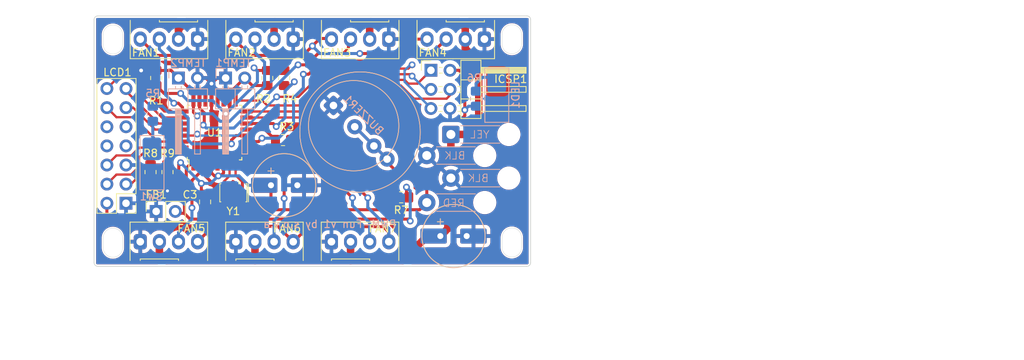
<source format=kicad_pcb>
(kicad_pcb (version 20221018) (generator pcbnew)
  (layers (0 "F.Cu" signal) (31 "B.Cu" signal) (34 "B.Paste" user) (35 "F.Paste" user) (36 "B.SilkS" user "B.Silkscreen") (37 "F.SilkS" user "F.Silkscreen") (38 "B.Mask" user) (39 "F.Mask" user) (44 "Edge.Cuts" user))
  (net 0 "")
  (net 1 "+5V")
  (net 2 "GND")
  (net 3 "+12V")
  (net 4 "PWM_1")
  (net 5 "PWM_2")
  (net 6 "Net-(LCD1-Pin_3)")
  (net 11 "ICSP_MISO")
  (net 12 "Net-(U1-PB1)")
  (net 13 "Net-(U1-PB2)")
  (net 14 "Net-(U1-PB0)")
  (net 16 "FBK_1")
  (net 17 "/XTAL_1")
  (net 18 "/XTAL_2")
  (net 19 "ICSP_SCK")
  (net 20 "FBK_2")
  (net 21 "FBK_3")
  (net 22 "FBK_4")
  (net 23 "FBK_5")
  (net 24 "FBK_6")
  (net 25 "FBK_7")
  (net 26 "/Thermistor_1")
  (net 27 "/Thermistor_2")
  (net 28 "Net-(FB1-Pin_2)")
  (net 29 "ICSP_MOSI")
  (net 30 "ICSP_RESET")
  (net 31 "LCD_RS")
  (net 32 "LCD_E")
  (net 33 "LCD_D4")
  (net 34 "LCD_D5")
  (net 35 "LCD_D6")
  (net 36 "LCD_D7")
  (net 37 "Net-(BUZZER1-Pin_2)")
  (net 38 "Net-(R5-Pad1)")
  (net 39 "Net-(LED1-A)")
  (footprint "Library:Slot 2.5x1.27" (layer "F.Cu") (at 105.5 52.465)
    (fp_text reference "H2" hide)
    (fp_text value "MountingHole_Pad" hide)
    (fp_line (start -1.3 1.27) (end -1.3 0) (stroke (width 0.05)) (layer "Edge.Cuts"))
    (fp_line (start 1.3 0) (end 1.3 1.27) (stroke (width 0.05)) (layer "Edge.Cuts"))
    (fp_arc (start -1.3 0) (mid 0 -1.3) (end 1.3 0) (stroke (width 0.05)) (layer "Edge.Cuts"))
    (fp_arc (start 1.3 1.27) (mid 0 2.57) (end -1.3 1.27) (stroke (width 0.05)) (layer "Edge.Cuts"))
  )
  (footprint "Package_QFP:TQFP-32_7x7mm_P0.8mm" (layer "F.Cu") (at 66 65.5 90)
    (fp_text reference "U1")
    (fp_text value "ATmega328-A")
  )
  (footprint "Library:Slot 2.5x1.27" (layer "F.Cu") (at 105.5 79.465)
    (fp_text reference "H3" hide)
    (fp_text value "MountingHole_Pad" hide)
    (fp_line (start -1.3 1.27) (end -1.3 0) (stroke (width 0.05)) (layer "Edge.Cuts"))
    (fp_line (start 1.3 0) (end 1.3 1.27) (stroke (width 0.05)) (layer "Edge.Cuts"))
    (fp_arc (start -1.3 0) (mid 0 -1.3) (end 1.3 0) (stroke (width 0.05)) (layer "Edge.Cuts"))
    (fp_arc (start 1.3 1.27) (mid 0 2.57) (end -1.3 1.27) (stroke (width 0.05)) (layer "Edge.Cuts"))
  )
  (footprint "Connector_PinHeader_2.54mm:PinHeader_2x03_P2.54mm_Horizontal" (layer "F.Cu") (at 94.75 57.225)
    (fp_text reference "ICSP1")
    (fp_text value "Conn_2x3")
  )
  (footprint "Resistor_SMD:R_0805_2012Metric_Pad1.20x1.40mm_HandSolder" (layer "F.Cu") (at 75.1 66.5 180)
    (fp_text reference "R3")
    (fp_text value "220")
  )
  (footprint "Capacitor_SMD:C_0805_2012Metric_Pad1.18x1.45mm_HandSolder" (layer "F.Cu") (at 64.75 74.7125 -90)
    (fp_text reference "C3")
    (fp_text value "100nF")
  )
  (footprint "Resistor_SMD:R_0805_2012Metric_Pad1.20x1.40mm_HandSolder" (layer "F.Cu") (at 57.5 70.75 90)
    (fp_text reference "R8")
    (fp_text value "10k")
  )
  (footprint "Resistor_SMD:R_0805_2012Metric_Pad1.20x1.40mm_HandSolder" (layer "F.Cu") (at 73 58.25 -90)
    (fp_text reference "R2")
    (fp_text value "10k")
  )
  (footprint "Resistor_SMD:R_0805_2012Metric_Pad1.20x1.40mm_HandSolder" (layer "F.Cu") (at 75.25 58.25 -90)
    (fp_text reference "R4")
    (fp_text value "220")
  )
  (footprint "Library:FanPinHeader_1x04_P2.54mm_Vertical_custom" (layer "F.Cu") (at 81.534 80)
    (fp_text reference "FAN7")
    (fp_text value "~")
  )
  (footprint "Crystal:Resonator_SMD_Murata_CSTxExxV-3Pin_3.0x1.1mm_HandSoldering" (layer "F.Cu") (at 68.5 73.5 180)
    (fp_text reference "Y1")
    (fp_text value "16Mhz")
  )
  (footprint "Library:LCD_Connector_2x07_P2.54mm_Vertical" (layer "F.Cu") (at 54.24 74.89 180)
    (fp_text reference "LCD1")
    (fp_text value "Conn_02x07_Odd_Even")
  )
  (footprint "Library:FanPinHeader_1x04_P2.54mm_Vertical_custom" (layer "F.Cu") (at 68.834 80)
    (fp_text reference "FAN6")
    (fp_text value "~")
  )
  (footprint "Library:FanPinHeader_1x04_P2.54mm_Vertical_custom" (layer "F.Cu") (at 76.454 53.086 180)
    (fp_text reference "FAN2")
    (fp_text value "~")
  )
  (footprint "Library:FanPinHeader_1x04_P2.54mm_Vertical_custom" (layer "F.Cu") (at 101.854 53.086 180)
    (fp_text reference "FAN4")
    (fp_text value "~")
  )
  (footprint "Library:FanPinHeader_1x04_P2.54mm_Vertical_custom" (layer "F.Cu") (at 89.154 53.086 180)
    (fp_text reference "FAN3")
    (fp_text value "~")
  )
  (footprint "Library:Multicap" (layer "F.Cu") (at 73.5 72.5)
    (fp_text reference "C1" hide)
    (fp_text value "4.7uF")
  )
  (footprint "Library:FanPinHeader_1x04_P2.54mm_Vertical_custom" (layer "F.Cu") (at 56.134 80)
    (fp_text reference "FAN5")
    (fp_text value "~")
  )
  (footprint "Connector_PinSocket_2.54mm:PinSocket_1x02_P2.54mm_Vertical" (layer "F.Cu") (at 58.25 75.975 90)
    (fp_text reference "FB1")
    (fp_text value "TO_PC")
  )
  (footprint "Library:Multicap" (layer "F.Cu") (at 96 79.25)
    (fp_text reference "C2" hide)
    (fp_text value "100uF")
  )
  (footprint "Resistor_SMD:R_0805_2012Metric_Pad1.20x1.40mm_HandSolder" (layer "F.Cu") (at 58.25 58.25 90)
    (fp_text reference "R1")
    (fp_text value "10k")
  )
  (footprint "Library:Slot 2.5x1.27" (layer "F.Cu") (at 52.5 52.5)
    (fp_text reference "H1" hide)
    (fp_text value "MountingHole_Pad" hide)
    (fp_line (start -1.3 1.27) (end -1.3 0) (stroke (width 0.05)) (layer "Edge.Cuts"))
    (fp_line (start 1.3 0) (end 1.3 1.27) (stroke (width 0.05)) (layer "Edge.Cuts"))
    (fp_arc (start -1.3 0) (mid 0 -1.3) (end 1.3 0) (stroke (width 0.05)) (layer "Edge.Cuts"))
    (fp_arc (start 1.3 1.27) (mid 0 2.57) (end -1.3 1.27) (stroke (width 0.05)) (layer "Edge.Cuts"))
  )
  (footprint "Resistor_SMD:R_0805_2012Metric_Pad1.20x1.40mm_HandSolder" (layer "F.Cu") (at 90.8 74.1 180)
    (fp_text reference "R7")
    (fp_text value "220")
  )
  (footprint "Library:Slot 2.5x1.27" (layer "F.Cu") (at 52.5 79.5)
    (fp_text reference "H4" hide)
    (fp_text value "MountingHole_Pad" hide)
    (fp_line (start -1.3 1.27) (end -1.3 0) (stroke (width 0.05)) (layer "Edge.Cuts"))
    (fp_line (start 1.3 0) (end 1.3 1.27) (stroke (width 0.05)) (layer "Edge.Cuts"))
    (fp_arc (start -1.3 0) (mid 0 -1.3) (end 1.3 0) (stroke (width 0.05)) (layer "Edge.Cuts"))
    (fp_arc (start 1.3 1.27) (mid 0 2.57) (end -1.3 1.27) (stroke (width 0.05)) (layer "Edge.Cuts"))
  )
  (footprint "Resistor_SMD:R_0805_2012Metric_Pad1.20x1.40mm_HandSolder" (layer "F.Cu") (at 59.75 70.75 -90)
    (fp_text reference "R9")
    (fp_text value "0")
  )
  (footprint "Library:FanPinHeader_1x04_P2.54mm_Vertical_custom" (layer "F.Cu") (at 63.754 53.086 180)
    (fp_text reference "FAN1")
    (fp_text value "~")
  )
  (footprint "Connector_PinHeader_2.54mm:PinHeader_1x02_P2.54mm_Horizontal" (layer "B.Cu") (at 67.475 58.25 -90)
    (fp_text reference "TEMP1")
    (fp_text value "Thermistor1")
  )
  (footprint "Library:SolderWire-1-2_compact" (layer "B.Cu") (at 97.4 65.75 -90)
    (fp_text reference "MOLEX4" hide)
    (fp_text value "Conn_01x04_Pin")
  )
  (footprint "Library:ANY_surface_mount" (layer "B.Cu") (at 103.5 60.5375 90)
    (fp_text reference "LED1")
    (fp_text value "Green")
  )
  (footprint "Library:ANY_surface_mount" (layer "B.Cu") (at 57.7 69.5 -90)
    (fp_text reference "SW1")
    (fp_text value "MODE")
  )
  (footprint "Resistor_SMD:R_0805_2012Metric_Pad1.20x1.40mm_HandSolder" (layer "B.Cu") (at 57.8 63 90)
    (fp_text reference "R5")
    (fp_text value "220")
  )
  (footprint "Library:My_buzzer" (layer "B.Cu") (at 81.8 61.9 -45)
    (fp_text reference "BUZZER1")
    (fp_text value "Conn_01x02_Pin")
  )
  (footprint "Connector_PinHeader_2.54mm:PinHeader_1x02_P2.54mm_Horizontal" (layer "B.Cu") (at 61.2 58.25 -90)
    (fp_text reference "TEMP2")
    (fp_text value "Thermistor2")
  )
  (footprint "Resistor_SMD:R_0805_2012Metric_Pad1.20x1.40mm_HandSolder" (layer "B.Cu") (at 100.75 61 -90)
    (fp_text reference "R6")
    (fp_text value "500")
  )
  (gr_line (start 50.5 50) (end 107.5 50) (stroke (width 0.1)) (layer "Edge.Cuts"))
  (gr_line (start 108 50.5) (end 108 82.77) (stroke (width 0.1)) (layer "Edge.Cuts"))
  (gr_line (start 50 82.77) (end 50 50.5) (stroke (width 0.1)) (layer "Edge.Cuts"))
  (gr_arc (start 107.5 50) (mid 107.853553 50.146447) (end 108 50.5) (stroke (width 0.1)) (layer "Edge.Cuts"))
  (gr_arc (start 108 82.77) (mid 107.853553 83.123553) (end 107.5 83.27) (stroke (width 0.1)) (layer "Edge.Cuts"))
  (gr_arc (start 50.5 83.27) (mid 50.146447 83.123553) (end 50 82.77) (stroke (width 0.1)) (layer "Edge.Cuts"))
  (gr_arc (start 50 50.5) (mid 50.146447 50.146447) (end 50.5 50) (stroke (width 0.1)) (layer "Edge.Cuts"))
  (gr_line (start 107.5 83.27) (end 50.5 83.27) (stroke (width 0.1)) (layer "Edge.Cuts"))
  (gr_text "PWM-Fun v1 by s.o.v.a" (at 90.25 78.25) (layer "B.SilkS") (effects (font (size 1 1)) (justify left bottom mirror)))
  (segment (start 56.75 72.5) (end 56.75 74.25) (width 0.4) (layer "F.Cu") (net 1))
  (segment (start 73.5 72.5) (end 73.5 75.25) (width 0.4) (layer "F.Cu") (net 1))
  (segment (start 66.5 71.25) (end 66.815 71.25) (width 0.4) (layer "F.Cu") (net 1))
  (segment (start 71.6 57.25) (end 73 57.25) (width 0.4) (layer "F.Cu") (net 1))
  (segment (start 67.2 63.3) (end 67.2 69.75) (width 0.4) (layer "F.Cu") (net 1))
  (segment (start 67.2 70.865) (end 67.2 69.75) (width 0.4) (layer "F.Cu") (net 1))
  (segment (start 52 76.5) (end 51.7 76.2) (width 0.4) (layer "F.Cu") (net 1))
  (segment (start 93.25 75.75) (end 94.2 74.8) (width 0.4) (layer "F.Cu") (net 1))
  (segment (start 67.5 63) (end 67.2 63.3) (width 0.4) (layer "F.Cu") (net 1))
  (segment (start 64.25 73.175) (end 64.75 73.675) (width 0.4) (layer "F.Cu") (net 1))
  (segment (start 56 75) (end 56 76) (width 0.4) (layer "F.Cu") (net 1))
  (segment (start 56 76) (end 55.5 76.5) (width 0.4) (layer "F.Cu") (net 1))
  (segment (start 66.25 71.25) (end 66.5 71.25) (width 0.4) (layer "F.Cu") (net 1))
  (segment (start 56.75 74.25) (end 56 75) (width 0.4) (layer "F.Cu") (net 1))
  (segment (start 67.5 63) (end 68 62.5) (width 0.4) (layer "F.Cu") (net 1))
  (segment (start 95.6 63.9) (end 92.25 67.25) (width 0.4) (layer "F.Cu") (net 1))
  (segment (start 61.25 73.75) (end 60.75 74.25) (width 0.4) (layer "F.Cu") (net 1))
  (segment (start 98.475 57.225) (end 97.29 57.225) (width 0.4) (layer "F.Cu") (net 1))
  (segment (start 65.6 69.75) (end 65.6 70.865) (width 0.4) (layer "F.Cu") (net 1))
  (segment (start 61.49767 69.49767) (end 61.25 69.74534) (width 0.4) (layer "F.Cu") (net 1))
  (segment (start 57.5 71.75) (end 56.75 72.5) (width 0.4) (layer "F.Cu") (net 1))
  (segment (start 60.75 74.25) (end 56.75 74.25) (width 0.4) (layer "F.Cu") (net 1))
  (segment (start 59.3 60.3) (end 58.25 59.25) (width 0.4) (layer "F.Cu") (net 1))
  (segment (start 66.815 71.25) (end 67.2 70.865) (width 0.4) (layer "F.Cu") (net 1))
  (segment (start 98.6 63.9) (end 95.6 63.9) (width 0.4) (layer "F.Cu") (net 1))
  (segment (start 92.25 67.25) (end 92.25 70) (width 0.4) (layer "F.Cu") (net 1))
  (segment (start 99.25 62.5) (end 99.25 58) (width 0.4) (layer "F.Cu") (net 1))
  (segment (start 51.7 76.2) (end 51.7 74.89) (width 0.4) (layer "F.Cu") (net 1))
  (segment (start 65.985 71.25) (end 66.25 71.25) (width 0.4) (layer "F.Cu") (net 1))
  (segment (start 65.6 70.865) (end 65.985 71.25) (width 0.4) (layer "F.Cu") (net 1))
  (segment (start 71.25 56.9) (end 71.6 57.25) (width 0.4) (layer "F.Cu") (net 1))
  (segment (start 68 62.5) (end 68 61.25) (width 0.4) (layer "F.Cu") (net 1))
  (segment (start 74 75.75) (end 93.25 75.75) (width 0.4) (layer "F.Cu") (net 1))
  (segment (start 94.2 71.95) (end 94.2 74.8) (width 0.4) (layer "F.Cu") (net 1))
  (segment (start 61.25 69.74534) (end 61.25 73.75) (width 0.4) (layer "F.Cu") (net 1))
  (segment (start 55.5 76.5) (end 52 76.5) (width 0.4) (layer "F.Cu") (net 1))
  (segment (start 99.25 58) (end 98.475 57.225) (width 0.4) (layer "F.Cu") (net 1))
  (segment (start 64.25 72.25) (end 64.25 73.175) (width 0.4) (layer "F.Cu") (net 1))
  (segment (start 73.5 75.25) (end 74 75.75) (width 0.4) (layer "F.Cu") (net 1))
  (segment (start 92.25 70) (end 94.2 71.95) (width 0.4) (layer "F.Cu") (net 1))
  (segment (start 61.5 60.3) (end 59.3 60.3) (width 0.4) (layer "F.Cu") (net 1))
  (segment (start 99.25 63.25) (end 98.6 63.9) (width 0.4) (layer "F.Cu") (net 1))
  (segment (start 99.25 62.5) (end 99.25 63.25) (width 0.4) (layer "F.Cu") (net 1))
  (via (at 66.5 71.25) (size 0.9) (drill 0.5) (layers "F.Cu" "B.Cu") (net 1))
  (via (at 64.25 72.25) (size 0.9) (drill 0.5) (layers "F.Cu" "B.Cu") (net 1))
  (via (at 67.5 63) (size 0.9) (drill 0.5) (layers "F.Cu" "B.Cu") (net 1))
  (via (at 61.5 60.3) (size 0.9) (drill 0.5) (layers "F.Cu" "B.Cu") (net 1))
  (via (at 61.49767 69.49767) (size 0.9) (drill 0.5) (layers "F.Cu" "B.Cu") (net 1))
  (via (at 71.25 56.9) (size 0.9) (drill 0.5) (layers "F.Cu" "B.Cu") (net 1))
  (via (at 99.25 62.5) (size 0.9) (drill 0.5) (layers "F.Cu" "B.Cu") (net 1))
  (segment (start 71.7 58.8) (end 67.5 63) (width 0.4) (layer "B.Cu") (net 1))
  (segment (start 70.5 72.5) (end 73.5 72.5) (width 0.4) (layer "B.Cu") (net 1))
  (segment (start 99.75 62) (end 99.25 62.5) (width 0.4) (layer "B.Cu") (net 1))
  (segment (start 65.75 61.25) (end 62.45 61.25) (width 0.4) (layer "B.Cu") (net 1))
  (segment (start 66.5 71.25) (end 69.25 71.25) (width 0.4) (layer "B.Cu") (net 1))
  (segment (start 62.45 61.25) (end 61.5 60.3) (width 0.4) (layer "B.Cu") (net 1))
  (segment (start 71.7 57.35) (end 71.7 58.8) (width 0.4) (layer "B.Cu") (net 1))
  (segment (start 69.25 71.25) (end 70.5 72.5) (width 0.4) (layer "B.Cu") (net 1))
  (segment (start 100.75 62) (end 99.75 62) (width 0.4) (layer "B.Cu") (net 1))
  (segment (start 64.25 72.25) (end 65.5 72.25) (width 0.4) (layer "B.Cu") (net 1))
  (segment (start 71.25 56.9) (end 71.7 57.35) (width 0.4) (layer "B.Cu") (net 1))
  (segment (start 67.5 63) (end 65.75 61.25) (width 0.4) (layer "B.Cu") (net 1))
  (segment (start 61.49767 69.49767) (end 64.25 72.25) (width 0.4) (layer "B.Cu") (net 1))
  (segment (start 65.5 72.25) (end 66.5 71.25) (width 0.4) (layer "B.Cu") (net 1))
  (segment (start 68 75.75) (end 68.5 75.25) (width 0.4) (layer "F.Cu") (net 2))
  (segment (start 65.6 59) (end 64.85 58.25) (width 0.4) (layer "F.Cu") (net 2))
  (segment (start 65.6 61.25) (end 65.6 67.875) (width 0.4) (layer "F.Cu") (net 2))
  (segment (start 64.8 68.675) (end 64.8 69.75) (width 0.4) (layer "F.Cu") (net 2))
  (segment (start 59.75 71.75) (end 59.75 73.25) (width 0.4) (layer "F.Cu") (net 2))
  (segment (start 66.25 75.25) (end 66.75 75.75) (width 0.4) (layer "F.Cu") (net 2))
  (segment (start 66.75 75.75) (end 68 75.75) (width 0.4) (layer "F.Cu") (net 2))
  (segment (start 65.6 59) (end 66.35 58.25) (width 0.4) (layer "F.Cu") (net 2))
  (segment (start 65.6 61.25) (end 65.6 59) (width 0.4) (layer "F.Cu") (net 2))
  (segment (start 64.8 71.3) (end 66.25 72.75) (width 0.4) (layer "F.Cu") (net 2))
  (segment (start 66.25 72.75) (end 66.25 75.25) (width 0.4) (layer "F.Cu") (net 2))
  (segment (start 65.6 67.875) (end 64.8 68.675) (width 0.4) (layer "F.Cu") (net 2))
  (segment (start 64.8 69.75) (end 64.8 71.3) (width 0.4) (layer "F.Cu") (net 2))
  (segment (start 64.85 58.25) (end 63.775 58.25) (width 0.4) (layer "F.Cu") (net 2))
  (segment (start 66.4 69.75) (end 66.4 68.675) (width 0.4) (layer "F.Cu") (net 2))
  (segment (start 66.4 68.675) (end 65.6 67.875) (width 0.4) (layer "F.Cu") (net 2))
  (segment (start 68.5 75.25) (end 68.5 73.5) (width 0.4) (layer "F.Cu") (net 2))
  (segment (start 66.35 58.25) (end 67.475 58.25) (width 0.4) (layer "F.Cu") (net 2))
  (via (at 56.25 57.25) (size 0.9) (drill 0.5) (layers "F.Cu" "B.Cu") (net 2))
  (via (at 65.6 59) (size 0.9) (drill 0.5) (layers "F.Cu" "B.Cu") (net 2))
  (via (at 59.75 73.25) (size 0.8) (drill 0.4) (layers "F.Cu" "B.Cu") (net 2))
  (segment (start 99.314 51.564) (end 99.314 53.086) (width 1) (layer "F.Cu") (net 3))
  (segment (start 71.374 80) (end 71.374 82.495) (width 1) (layer "F.Cu") (net 3))
  (segment (start 74 50.775) (end 86.75 50.775) (width 1) (layer "F.Cu") (net 3))
  (segment (start 61.214 53.086) (end 61.214 51.786) (width 1) (layer "F.Cu") (net 3))
  (segment (start 84.074 82.495) (end 91.005 82.495) (width 1) (layer "F.Cu") (net 3))
  (segment (start 86.614 50.911) (end 86.75 50.775) (width 1) (layer "F.Cu") (net 3))
  (segment (start 101.1 64.4) (end 101.1 56.142) (width 1) (layer "F.Cu") (net 3))
  (segment (start 62.225 50.775) (end 74 50.775) (width 1) (layer "F.Cu") (net 3))
  (segment (start 101.1 56.142) (end 99.314 54.356) (width 1) (layer "F.Cu") (net 3))
  (segment (start 84.074 82.495) (end 71.374 82.495) (width 1) (layer "F.Cu") (net 3))
  (segment (start 99.75 65.75) (end 101.1 64.4) (width 1) (layer "F.Cu") (net 3))
  (segment (start 97 78.25) (end 97 75.75) (width 1) (layer "F.Cu") (net 3))
  (segment (start 61.214 51.786) (end 62.225 50.775) (width 1) (layer "F.Cu") (net 3))
  (segment (start 96 79.25) (end 97 78.25) (width 1) (layer "F.Cu") (net 3))
  (segment (start 86.614 53.086) (end 86.614 50.911) (width 1) (layer "F.Cu") (net 3))
  (segment (start 99.75 73) (end 99.75 70) (width 1) (layer "F.Cu") (net 3))
  (segment (start 73.914 50.861) (end 74 50.775) (width 1) (layer "F.Cu") (net 3))
  (segment (start 99.75 70) (end 97.4 67.65) (width 1) (layer "F.Cu") (net 3))
  (segment (start 73.914 53.086) (end 73.914 50.861) (width 1) (layer "F.Cu") (net 3))
  (segment (start 86.75 50.775) (end 98.525 50.775) (width 1) (layer "F.Cu") (net 3))
  (segment (start 97 75.75) (end 99.75 73) (width 1) (layer "F.Cu") (net 3))
  (segment (start 97.4 67.65) (end 97.4 65.75) (width 1) (layer "F.Cu") (net 3))
  (segment (start 98.525 50.775) (end 99.314 51.564) (width 1) (layer "F.Cu") (net 3))
  (segment (start 59.635 82.495) (end 58.674 81.534) (width 1) (layer "F.Cu") (net 3))
  (segment (start 99.314 54.356) (end 99.314 53.086) (width 1) (layer "F.Cu") (net 3))
  (segment (start 97.4 65.75) (end 99.75 65.75) (width 1) (layer "F.Cu") (net 3))
  (segment (start 91.005 82.495) (end 94.25 79.25) (width 1) (layer "F.Cu") (net 3))
  (segment (start 58.674 81.534) (end 58.674 80) (width 1) (layer "F.Cu") (net 3))
  (segment (start 71.374 82.495) (end 59.635 82.495) (width 1) (layer "F.Cu") (net 3))
  (segment (start 84.074 80) (end 84.074 82.495) (width 1) (layer "F.Cu") (net 3))
  (segment (start 79 54) (end 77.75 55.25) (width 0.4) (layer "F.Cu") (net 4))
  (segment (start 75.25 57.25) (end 75.25 55.25) (width 0.4) (layer "F.Cu") (net 4))
  (segment (start 66.67 55.25) (end 58.298 55.25) (width 0.4) (layer "F.Cu") (net 4))
  (segment (start 85.3 55) (end 90.375 55) (width 0.4) (layer "F.Cu") (net 4))
  (segment (start 58.298 55.25) (end 56.134 53.086) (width 0.4) (layer "F.Cu") (net 4))
  (segment (start 77.75 55.25) (end 70.741 55.25) (width 0.4) (layer "F.Cu") (net 4))
  (segment (start 80 53) (end 81.25 53) (width 0.4) (layer "F.Cu") (net 4))
  (segment (start 79 54) (end 80 53) (width 0.4) (layer "F.Cu") (net 4))
  (segment (start 92.289 53.086) (end 94.234 53.086) (width 0.4) (layer "F.Cu") (net 4))
  (segment (start 68.42 53.5) (end 66.67 55.25) (width 0.4) (layer "F.Cu") (net 4))
  (segment (start 70.741 55.25) (end 68.991 53.5) (width 0.4) (layer "F.Cu") (net 4))
  (segment (start 90.375 55) (end 92.289 53.086) (width 0.4) (layer "F.Cu") (net 4))
  (via (at 85.3 55) (size 0.9) (drill 0.5) (layers "F.Cu" "B.Cu") (net 4))
  (via (at 79 54) (size 0.9) (drill 0.5) (layers "F.Cu" "B.Cu") (net 4))
  (segment (start 80 55) (end 79 54) (width 0.4) (layer "B.Cu") (net 4))
  (segment (start 85.3 55) (end 80 55) (width 0.4) (layer "B.Cu") (net 4))
  (segment (start 81.9 66.5) (end 76.1 66.5) (width 0.4) (layer "F.Cu") (net 5))
  (segment (start 77.08 79.42) (end 75.874 79.42) (width 0.4) (layer "F.Cu") (net 5))
  (segment (start 78.5 78) (end 77.08 79.42) (width 0.4) (layer "F.Cu") (net 5))
  (segment (start 75.874 79.42) (end 74.404 77.95) (width 0.4) (layer "F.Cu") (net 5))
  (segment (start 65.804 77.95) (end 63.754 80) (width 0.4) (layer "F.Cu") (net 5))
  (segment (start 89.154 80) (end 89.154 78.74) (width 0.4) (layer "F.Cu") (net 5))
  (segment (start 84.6 69.2) (end 81.9 66.5) (width 0.4) (layer "F.Cu") (net 5))
  (segment (start 88.414 78) (end 78.5 78) (width 0.4) (layer "F.Cu") (net 5))
  (segment (start 86.36 74.168) (end 84.6 72.408) (width 0.4) (layer "F.Cu") (net 5))
  (segment (start 74.404 77.95) (end 65.804 77.95) (width 0.4) (layer "F.Cu") (net 5))
  (segment (start 89.154 78.74) (end 88.414 78) (width 0.4) (layer "F.Cu") (net 5))
  (segment (start 84.6 72.408) (end 84.6 69.2) (width 0.4) (layer "F.Cu") (net 5))
  (via (at 86.36 74.168) (size 0.9) (drill 0.5) (layers "F.Cu" "B.Cu") (net 5))
  (segment (start 86.36 75.438) (end 89.154 78.232) (width 0.4) (layer "B.Cu") (net 5))
  (segment (start 86.36 74.168) (end 86.36 75.438) (width 0.4) (layer "B.Cu") (net 5))
  (segment (start 89.154 78.232) (end 89.154 80) (width 0.4) (layer "B.Cu") (net 5))
  (segment (start 57.5 69.75) (end 59.75 69.75) (width 0.3) (layer "F.Cu") (net 6))
  (segment (start 54.9 72.35) (end 57.5 69.75) (width 0.3) (layer "F.Cu") (net 6))
  (segment (start 91.75 59) (end 91.25 58.5) (width 0.3) (layer "F.Cu") (net 11))
  (segment (start 91.25 58.5) (end 81.75 58.5) (width 0.3) (layer "F.Cu") (net 11))
  (segment (start 94.75 57.225) (end 92.975 59) (width 0.3) (layer "F.Cu") (net 11))
  (segment (start 92.975 59) (end 91.75 59) (width 0.3) (layer "F.Cu") (net 11))
  (segment (start 81.75 58.5) (end 77.55 62.7) (width 0.3) (layer "F.Cu") (net 11))
  (segment (start 77.55 62.7) (end 70.25 62.7) (width 0.3) (layer "F.Cu") (net 11))
  (segment (start 74.1 66.5) (end 72.7 65.1) (width 0.4) (layer "F.Cu") (net 12))
  (segment (start 72.7 65.1) (end 70.25 65.1) (width 0.4) (layer "F.Cu") (net 12))
  (segment (start 74.2 64.7) (end 73.8 64.3) (width 0.4) (layer "F.Cu") (net 13))
  (segment (start 76.6 58.75) (end 76.1 59.25) (width 0.4) (layer "F.Cu") (net 13))
  (segment (start 76.1 59.25) (end 75.25 59.25) (width 0.4) (layer "F.Cu") (net 13))
  (segment (start 73.8 64.3) (end 70.25 64.3) (width 0.4) (layer "F.Cu") (net 13))
  (via (at 74.2 64.7) (size 0.9) (drill 0.5) (layers "F.Cu" "B.Cu") (net 13))
  (via (at 76.6 58.75) (size 0.9) (drill 0.5) (layers "F.Cu" "B.Cu") (net 13))
  (segment (start 75.375 59.975) (end 76.6 58.75) (width 0.4) (layer "B.Cu") (net 13))
  (segment (start 74.2 64.7) (end 75.375 63.525) (width 0.4) (layer "B.Cu") (net 13))
  (segment (start 75.375 63.525) (end 75.375 59.975) (width 0.4) (layer "B.Cu") (net 13))
  (segment (start 70.25 65.9) (end 68.85 65.9) (width 0.4) (layer "F.Cu") (net 14))
  (segment (start 68.25 66.5) (end 68.85 65.9) (width 0.4) (layer "F.Cu") (net 14))
  (segment (start 68.25 66.5) (end 68.25 67) (width 0.4) (layer "F.Cu") (net 14))
  (via (at 68.25 67) (size 0.9) (drill 0.5) (layers "F.Cu" "B.Cu") (net 14))
  (segment (start 61.7 62.8) (end 59.9 62.8) (width 0.4) (layer "B.Cu") (net 14))
  (segment (start 59.1 62) (end 57.8 62) (width 0.4) (layer "B.Cu") (net 14))
  (segment (start 63 67) (end 62.5 66.5) (width 0.4) (layer "B.Cu") (net 14))
  (segment (start 68.25 67) (end 63 67) (width 0.4) (layer "B.Cu") (net 14))
  (segment (start 59.9 62.8) (end 59.1 62) (width 0.4) (layer "B.Cu") (net 14))
  (segment (start 62.5 63.6) (end 61.7 62.8) (width 0.4) (layer "B.Cu") (net 14))
  (segment (start 62.5 66.5) (end 62.5 63.6) (width 0.4) (layer "B.Cu") (net 14))
  (segment (start 60.6 61.6) (end 61.2 61.6) (width 0.4) (layer "F.Cu") (net 16))
  (segment (start 61.75 62.15) (end 61.75 62.7) (width 0.4) (layer "F.Cu") (net 16))
  (segment (start 61.2 61.6) (end 61.75 62.15) (width 0.4) (layer "F.Cu") (net 16))
  (via (at 60.6 61.6) (size 0.9) (drill 0.5) (layers "F.Cu" "B.Cu") (net 16))
  (segment (start 59.5 60.5) (end 59.5 55.25) (width 0.4) (layer "B.Cu") (net 16))
  (segment (start 59.5 55.25) (end 58.674 54.424) (width 0.4) (layer "B.Cu") (net 16))
  (segment (start 60.6 61.6) (end 59.5 60.5) (width 0.4) (layer "B.Cu") (net 16))
  (segment (start 58.674 54.424) (end 58.674 53.086) (width 0.4) (layer "B.Cu") (net 16))
  (segment (start 67.3 71.95) (end 67.3 74) (width 0.3) (layer "F.Cu") (net 17))
  (segment (start 68 69.75) (end 68 71.25) (width 0.3) (layer "F.Cu") (net 17))
  (segment (start 68 71.25) (end 67.3 71.95) (width 0.3) (layer "F.Cu") (net 17))
  (segment (start 68.8 71.175) (end 69.7 72.075) (width 0.3) (layer "F.Cu") (net 18))
  (segment (start 68.8 69.75) (end 68.8 71.175) (width 0.3) (layer "F.Cu") (net 18))
  (segment (start 81.375 57.75) (end 77.225 61.9) (width 0.3) (layer "F.Cu") (net 19))
  (segment (start 73 61.9) (end 72.35 61.25) (width 0.3) (layer "F.Cu") (net 19))
  (segment (start 92.25 58) (end 92 57.75) (width 0.3) (layer "F.Cu") (net 19))
  (segment (start 92 57.75) (end 81.375 57.75) (width 0.3) (layer "F.Cu") (net 19))
  (segment (start 72.35 61.25) (end 68.8 61.25) (width 0.3) (layer "F.Cu") (net 19))
  (segment (start 77.225 61.9) (end 73 61.9) (width 0.3) (layer "F.Cu") (net 19))
  (via (at 92.25 58) (size 0.9) (drill 0.5) (layers "F.Cu" "B.Cu") (net 19))
  (segment (start 94.015 59.765) (end 94.75 59.765) (width 0.3) (layer "B.Cu") (net 19))
  (segment (start 92.25 58) (end 94.015 59.765) (width 0.3) (layer "B.Cu") (net 19))
  (segment (start 63.7 63.3) (end 63.2 62.8) (width 0.4) (layer "F.Cu") (net 20))
  (segment (start 63.2 62.8) (end 63.2 61.25) (width 0.4) (layer "F.Cu") (net 20))
  (via (at 63.7 63.3) (size 0.9) (drill 0.5) (layers "F.Cu" "B.Cu") (net 20))
  (segment (start 72.65 56.15) (end 71.374 54.874) (width 0.4) (layer "B.Cu") (net 20))
  (segment (start 71.374 54.874) (end 71.374 53.086) (width 0.4) (layer "B.Cu") (net 20))
  (segment (start 63.7 63.3) (end 64 63) (width 0.4) (layer "B.Cu") (net 20))
  (segment (start 68.011396 64) (end 72.65 59.361396) (width 0.4) (layer "B.Cu") (net 20))
  (segment (start 66.75 64) (end 68.011396 64) (width 0.4) (layer "B.Cu") (net 20))
  (segment (start 64 63) (end 65.75 63) (width 0.4) (layer "B.Cu") (net 20))
  (segment (start 72.65 59.361396) (end 72.65 56.15) (width 0.4) (layer "B.Cu") (net 20))
  (segment (start 65.75 63) (end 66.75 64) (width 0.4) (layer "B.Cu") (net 20))
  (segment (start 64.5 64.5) (end 64.638603 64.361397) (width 0.4) (layer "F.Cu") (net 21))
  (segment (start 64.638603 64.361397) (end 64.638603 62.888603) (width 0.4) (layer "F.Cu") (net 21))
  (segment (start 64.638603 62.888603) (end 64 62.25) (width 0.4) (layer "F.Cu") (net 21))
  (segment (start 83.79 54.31) (end 83.79 53) (width 0.4) (layer "F.Cu") (net 21))
  (segment (start 77.1 56.5) (end 78.25 56.5) (width 0.4) (layer "F.Cu") (net 21))
  (segment (start 78.25 56.5) (end 79.75 55) (width 0.4) (layer "F.Cu") (net 21))
  (segment (start 79.75 55) (end 83.1 55) (width 0.4) (layer "F.Cu") (net 21))
  (segment (start 83.1 55) (end 83.79 54.31) (width 0.4) (layer "F.Cu") (net 21))
  (segment (start 64 62.25) (end 64 61.25) (width 0.4) (layer "F.Cu") (net 21))
  (via (at 77.1 56.5) (size 0.9) (drill 0.5) (layers "F.Cu" "B.Cu") (net 21))
  (via (at 64.5 64.5) (size 0.9) (drill 0.5) (layers "F.Cu" "B.Cu") (net 21))
  (segment (start 77.1 56.5) (end 76.977207 56.5) (width 0.4) (layer "B.Cu") (net 21))
  (segment (start 76.977207 56.5) (end 68.577207 64.9) (width 0.4) (layer "B.Cu") (net 21))
  (segment (start 68.577207 64.9) (end 64.9 64.9) (width 0.4) (layer "B.Cu") (net 21))
  (segment (start 64.9 64.9) (end 64.5 64.5) (width 0.4) (layer "B.Cu") (net 21))
  (segment (start 78.5 57.75) (end 80.25 56) (width 0.4) (layer "F.Cu") (net 22))
  (segment (start 77.8 57.75) (end 78.5 57.75) (width 0.4) (layer "F.Cu") (net 22))
  (segment (start 94.488 55.372) (end 96.774 53.086) (width 0.4) (layer "F.Cu") (net 22))
  (segment (start 91 56) (end 91.628 55.372) (width 0.4) (layer "F.Cu") (net 22))
  (segment (start 71.85 66.7) (end 70.25 66.7) (width 0.4) (layer "F.Cu") (net 22))
  (segment (start 91.628 55.372) (end 94.488 55.372) (width 0.4) (layer "F.Cu") (net 22))
  (segment (start 80.25 56) (end 91 56) (width 0.4) (layer "F.Cu") (net 22))
  (segment (start 72.3 66.25) (end 71.85 66.7) (width 0.4) (layer "F.Cu") (net 22))
  (via (at 72.3 66.25) (size 0.9) (drill 0.5) (layers "F.Cu" "B.Cu") (net 22))
  (via (at 77.8 57.75) (size 0.9) (drill 0.5) (layers "F.Cu" "B.Cu") (net 22))
  (segment (start 76.5 60.875) (end 76.5 64.25) (width 0.4) (layer "B.Cu") (net 22))
  (segment (start 77.8 59.575) (end 76.5 60.875) (width 0.4) (layer "B.Cu") (net 22))
  (segment (start 77.8 57.75) (end 77.8 59.575) (width 0.4) (layer "B.Cu") (net 22))
  (segment (start 74.5 66.25) (end 72.3 66.25) (width 0.4) (layer "B.Cu") (net 22))
  (segment (start 76.5 64.25) (end 74.5 66.25) (width 0.4) (layer "B.Cu") (net 22))
  (segment (start 64 70.865) (end 64 69.75) (width 0.4) (layer "F.Cu") (net 23))
  (segment (start 63 71.865) (end 64 70.865) (width 0.4) (layer "F.Cu") (net 23))
  (segment (start 63 75.5) (end 63 71.865) (width 0.4) (layer "F.Cu") (net 23))
  (via (at 63 75.5) (size 0.9) (drill 0.5) (layers "F.Cu" "B.Cu") (net 23))
  (segment (start 63 77) (end 61.214 78.786) (width 0.4) (layer "B.Cu") (net 23))
  (segment (start 61.214 78.786) (end 61.214 80) (width 0.4) (layer "B.Cu") (net 23))
  (segment (start 63 75.5) (end 63 77) (width 0.4) (layer "B.Cu") (net 23))
  (segment (start 75.25 71.05) (end 74.5 70.3) (width 0.4) (layer "F.Cu") (net 24))
  (segment (start 75.25 74.25) (end 75.25 71.05) (width 0.4) (layer "F.Cu") (net 24))
  (segment (start 74.5 70.3) (end 71.3 70.3) (width 0.4) (layer "F.Cu") (net 24))
  (segment (start 71.3 70.3) (end 70.25 69.25) (width 0.4) (layer "F.Cu") (net 24))
  (segment (start 70.25 69.25) (end 70.25 68.3) (width 0.4) (layer "F.Cu") (net 24))
  (via (at 75.25 74.25) (size 0.9) (drill 0.5) (layers "F.Cu" "B.Cu") (net 24))
  (segment (start 73.914 77.166) (end 73.914 80) (width 0.4) (layer "B.Cu") (net 24))
  (segment (start 75.25 74.25) (end 75.25 75.83) (width 0.4) (layer "B.Cu") (net 24))
  (segment (start 75.25 75.83) (end 73.914 77.166) (width 0.4) (layer "B.Cu") (net 24))
  (segment (start 71.9 67.5) (end 70.25 67.5) (width 0.4) (layer "F.Cu") (net 25))
  (segment (start 84.328 74.168) (end 83.6 73.44) (width 0.4) (layer "F.Cu") (net 25))
  (segment (start 83.6 69.7) (end 82.1 68.2) (width 0.4) (layer "F.Cu") (net 25))
  (segment (start 83.6 73.44) (end 83.6 69.7) (width 0.4) (layer "F.Cu") (net 25))
  (segment (start 82.1 68.2) (end 72.6 68.2) (width 0.4) (layer "F.Cu") (net 25))
  (segment (start 72.6 68.2) (end 71.9 67.5) (width 0.4) (layer "F.Cu") (net 25))
  (via (at 84.328 74.168) (size 0.9) (drill 0.5) (layers "F.Cu" "B.Cu") (net 25))
  (segment (start 84.328 74.168) (end 84.328 75.184) (width 0.4) (layer "B.Cu") (net 25))
  (segment (start 86.614 77.47) (end 86.614 80) (width 0.4) (layer "B.Cu") (net 25))
  (segment (start 84.328 75.184) (end 86.614 77.47) (width 0.4) (layer "B.Cu") (net 25))
  (segment (start 68.5 59.75) (end 70 58.25) (width 0.4) (layer "F.Cu") (net 26))
  (segment (start 67.2 61.25) (end 67.2 60.05) (width 0.4) (layer "F.Cu") (net 26))
  (segment (start 67.2 60.05) (end 67.5 59.75) (width 0.4) (layer "F.Cu") (net 26))
  (segment (start 67.5 59.75) (end 68.5 59.75) (width 0.4) (layer "F.Cu") (net 26))
  (segment (start 71.015 59.25) (end 73 59.25) (width 0.4) (layer "F.Cu") (net 26))
  (segment (start 70.015 58.25) (end 71.015 59.25) (width 0.4) (layer "F.Cu") (net 26))
  (segment (start 60.235 57.25) (end 61.235 58.25) (width 0.4) (layer "F.Cu") (net 27))
  (segment (start 64.8 61.25) (end 64.8 60.05) (width 0.4) (layer "F.Cu") (net 27))
  (segment (start 62.75 59.75) (end 61.25 58.25) (width 0.4) (layer "F.Cu") (net 27))
  (segment (start 58.25 57.25) (end 60.235 57.25) (width 0.4) (layer "F.Cu") (net 27))
  (segment (start 64.8 60.05) (end 64.5 59.75) (width 0.4) (layer "F.Cu") (net 27))
  (segment (start 64.5 59.75) (end 62.75 59.75) (width 0.4) (layer "F.Cu") (net 27))
  (segment (start 91.75 77) (end 62.75 77) (width 0.4) (layer "F.Cu") (net 28))
  (segment (start 62.25 70.225) (end 62.725 69.75) (width 0.4) (layer "F.Cu") (net 28))
  (segment (start 92 77.25) (end 91.75 77) (width 0.4) (layer "F.Cu") (net 28))
  (segment (start 62.725 69.75) (end 63.2 69.75) (width 0.4) (layer "F.Cu") (net 28))
  (segment (start 62 76.25) (end 62 73.25) (width 0.4) (layer "F.Cu") (net 28))
  (segment (start 62 73.25) (end 62.25 73) (width 0.4) (layer "F.Cu") (net 28))
  (segment (start 91.5 72.75) (end 91.5 73.8) (width 0.4) (layer "F.Cu") (net 28))
  (segment (start 62.25 73) (end 62.25 70.225) (width 0.4) (layer "F.Cu") (net 28))
  (segment (start 60.79 76.225) (end 62 76.225) (width 0.4) (layer "F.Cu") (net 28))
  (segment (start 62.75 77) (end 62 76.25) (width 0.4) (layer "F.Cu") (net 28))
  (via (at 92 77.25) (size 0.9) (drill 0.5) (layers "F.Cu" "B.Cu") (net 28))
  (via (at 91.5 72.75) (size 0.9) (drill 0.5) (layers "F.Cu" "B.Cu") (net 28))
  (segment (start 92 73.25) (end 92 77.25) (width 0.4) (layer "B.Cu") (net 28))
  (segment (start 91.5 72.75) (end 92 73.25) (width 0.4) (layer "B.Cu") (net 28))
  (segment (start 77.75 63.5) (end 82 59.25) (width 0.3) (layer "F.Cu") (net 29))
  (segment (start 82 59.25) (end 90.75 59.25) (width 0.3) (layer "F.Cu") (net 29))
  (segment (start 92.5 61) (end 96.83 61) (width 0.3) (layer "F.Cu") (net 29))
  (segment (start 90.75 59.25) (end 92.5 61) (width 0.3) (layer "F.Cu") (net 29))
  (segment (start 96.83 61) (end 97.29 60.54) (width 0.3) (layer "F.Cu") (net 29))
  (segment (start 70.25 63.5) (end 77.75 63.5) (width 0.3) (layer "F.Cu") (net 29))
  (segment (start 80.89375 57) (end 77.14375 60.75) (width 0.3) (layer "F.Cu") (net 30))
  (segment (start 63.5 65.9) (end 61.75 65.9) (width 0.3) (layer "F.Cu") (net 30))
  (segment (start 77.14375 60.75) (end 74.25 60.75) (width 0.3) (layer "F.Cu") (net 30))
  (segment (start 63.7 65.7) (end 63.5 65.9) (width 0.3) (layer "F.Cu") (net 30))
  (segment (start 92.25 56.5) (end 91.75 57) (width 0.3) (layer "F.Cu") (net 30))
  (segment (start 91.75 57) (end 80.89375 57) (width 0.3) (layer "F.Cu") (net 30))
  (via (at 92.25 56.5) (size 0.9) (drill 0.5) (layers "F.Cu" "B.Cu") (net 30))
  (via (at 63.7 65.7) (size 0.9) (drill 0.5) (layers "F.Cu" "B.Cu") (net 30))
  (via (at 74.25 60.75) (size 0.9) (drill 0.5) (layers "F.Cu" "B.Cu") (net 30))
  (segment (start 91.25 57.25) (end 91.25 58.75) (width 0.3) (layer "B.Cu") (net 30))
  (segment (start 63.7 65.7) (end 63.9 65.9) (width 0.3) (layer "B.Cu") (net 30))
  (segment (start 92.25 56.5) (end 92 56.5) (width 0.3) (layer "B.Cu") (net 30))
  (segment (start 92 56.5) (end 91.25 57.25) (width 0.3) (layer "B.Cu") (net 30))
  (segment (start 69.1 65.9) (end 74.25 60.75) (width 0.3) (layer "B.Cu") (net 30))
  (segment (start 91.25 58.75) (end 94.75 62.25) (width 0.3) (layer "B.Cu") (net 30))
  (segment (start 63.9 65.9) (end 69.1 65.9) (width 0.3) (layer "B.Cu") (net 30))
  (segment (start 56 68.75) (end 56 70) (width 0.3) (layer "F.Cu") (net 31))
  (segment (start 56 70) (end 54.92 71.08) (width 0.3) (layer "F.Cu") (net 31))
  (segment (start 54.92 71.08) (end 52.97 71.08) (width 0.3) (layer "F.Cu") (net 31))
  (segment (start 61.75 68.3) (end 56.45 68.3) (width 0.3) (layer "F.Cu") (net 31))
  (segment (start 52.97 71.08) (end 51.7 72.35) (width 0.3) (layer "F.Cu") (net 31))
  (segment (start 56.45 68.3) (end 56 68.75) (width 0.3) (layer "F.Cu") (net 31))
  (segment (start 52.97 68.54) (end 54.96 68.54) (width 0.3) (layer "F.Cu") (net 32))
  (segment (start 51.7 69.81) (end 52.97 68.54) (width 0.3) (layer "F.Cu") (net 32))
  (segment (start 54.96 68.54) (end 56 67.5) (width 0.3) (layer "F.Cu") (net 32))
  (segment (start 56 67.5) (end 61.75 67.5) (width 0.3) (layer "F.Cu") (net 32))
  (segment (start 58.1 65.1) (end 61.75 65.1) (width 0.3) (layer "F.Cu") (net 33))
  (segment (start 54.24 62.19) (end 55.19 62.19) (width 0.3) (layer "F.Cu") (net 33))
  (segment (start 55.19 62.19) (end 58.1 65.1) (width 0.3) (layer "F.Cu") (net 33))
  (segment (start 58.45 66.7) (end 55.21 63.46) (width 0.3) (layer "F.Cu") (net 34))
  (segment (start 61.75 66.7) (end 58.45 66.7) (width 0.3) (layer "F.Cu") (net 34))
  (segment (start 55.21 63.46) (end 52.97 63.46) (width 0.3) (layer "F.Cu") (net 34))
  (segment (start 52.97 63.46) (end 51.7 62.19) (width 0.3) (layer "F.Cu") (net 34))
  (segment (start 58.55 64.3) (end 61.75 64.3) (width 0.3) (layer "F.Cu") (net 35))
  (segment (start 54.24 59.99) (end 58.55 64.3) (width 0.3) (layer "F.Cu") (net 35))
  (segment (start 54.9 58) (end 56 59.1) (width 0.3) (layer "F.Cu") (net 36))
  (segment (start 59 63.5) (end 61.75 63.5) (width 0.3) (layer "F.Cu") (net 36))
  (segment (start 51.7 59.65) (end 53.35 58) (width 0.3) (layer "F.Cu") (net 36))
  (segment (start 56 60.5) (end 59 63.5) (width 0.3) (layer "F.Cu") (net 36))
  (segment (start 56 59.1) (end 56 60.5) (width 0.3) (layer "F.Cu") (net 36))
  (segment (start 53.35 58) (end 54.9 58) (width 0.3) (layer "F.Cu") (net 36))
  (segment (start 90 70.5) (end 88.927636 69.427636) (width 0.4) (layer "F.Cu") (net 37))
  (segment (start 88.927636 69.006063) (end 84.65 64.728427) (width 0.4) (layer "F.Cu") (net 37))
  (segment (start 90 73.9) (end 90 70.5) (width 0.4) (layer "F.Cu") (net 37))
  (segment (start 89.299209 69.377636) (end 85 65.078427) (width 0.4) (layer "B.Cu") (net 37))
  (segment (start 57.8 64) (end 57.8 67.0625) (width 0.4) (layer "B.Cu") (net 38))
  (segment (start 101.5875 58.1625) (end 103.5 58.1625) (width 0.4) (layer "B.Cu") (net 39))
  (segment (start 100.75 60) (end 100.75 59) (width 0.4) (layer "B.Cu") (net 39))
  (segment (start 100.75 59) (end 101.5875 58.1625) (width 0.4) (layer "B.Cu") (net 39))
  (zone (net 2) (net_name "GND") (layer "F.Cu") (priority 1) (connect_pads thru_hole_only (clearance 0.5)) (min_thickness 0.25) (fill yes (thermal_gap 0.5) (thermal_bridge_width 0.5))
    (polygon (pts (xy 50 50.05) (xy 108 50.05) (xy 108 85.3) (xy 50 85.3)))
  )
  (zone (net 2) (net_name "GND") (layer "B.Cu") (connect_pads thru_hole_only (clearance 0.5)) (min_thickness 0.25) (fill yes (thermal_gap 0.5) (thermal_bridge_width 0.5))
    (polygon (pts (xy 50 50) (xy 108 50) (xy 108 85) (xy 50 85)))
  )
)
</source>
